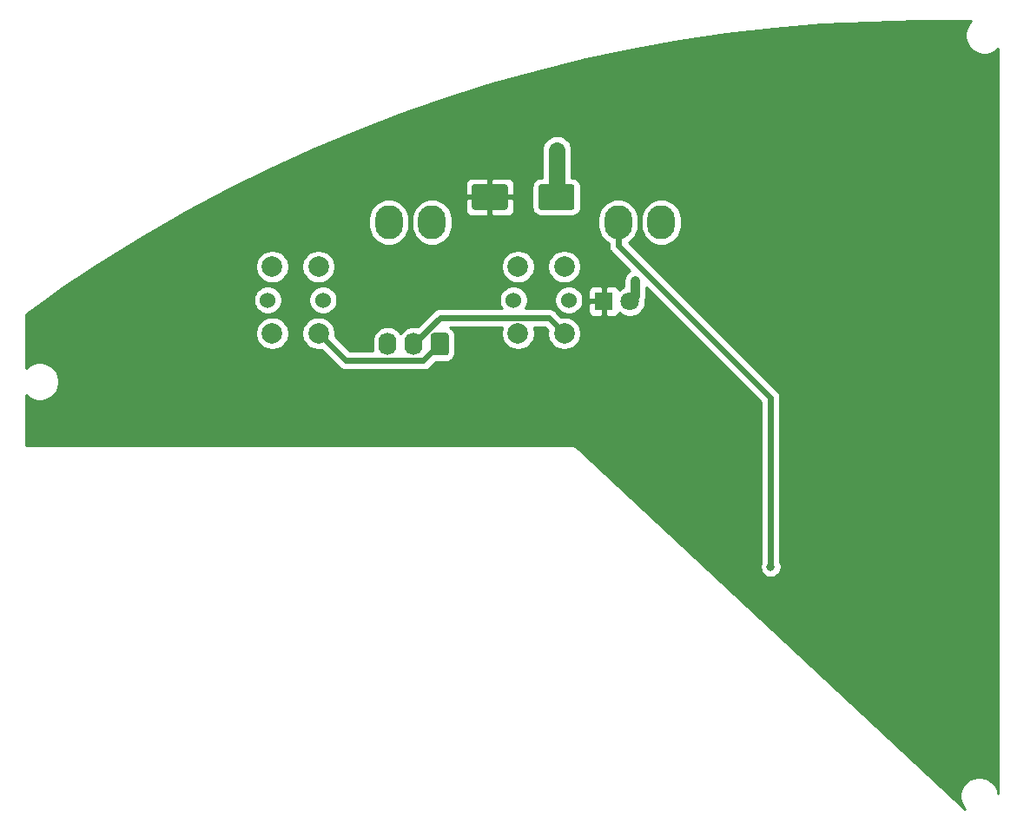
<source format=gbr>
%TF.GenerationSoftware,KiCad,Pcbnew,(5.1.9)-1*%
%TF.CreationDate,2021-09-11T23:24:30-06:00*%
%TF.ProjectId,ewi_v3_left,6577695f-7633-45f6-9c65-66742e6b6963,rev?*%
%TF.SameCoordinates,Original*%
%TF.FileFunction,Copper,L2,Bot*%
%TF.FilePolarity,Positive*%
%FSLAX46Y46*%
G04 Gerber Fmt 4.6, Leading zero omitted, Abs format (unit mm)*
G04 Created by KiCad (PCBNEW (5.1.9)-1) date 2021-09-11 23:24:30*
%MOMM*%
%LPD*%
G01*
G04 APERTURE LIST*
%TA.AperFunction,ComponentPad*%
%ADD10C,1.524000*%
%TD*%
%TA.AperFunction,ComponentPad*%
%ADD11C,2.000000*%
%TD*%
%TA.AperFunction,ComponentPad*%
%ADD12O,1.740000X2.190000*%
%TD*%
%TA.AperFunction,ComponentPad*%
%ADD13O,2.700000X3.300000*%
%TD*%
%TA.AperFunction,ComponentPad*%
%ADD14C,1.800000*%
%TD*%
%TA.AperFunction,ComponentPad*%
%ADD15R,1.800000X1.800000*%
%TD*%
%TA.AperFunction,ViaPad*%
%ADD16C,0.800000*%
%TD*%
%TA.AperFunction,Conductor*%
%ADD17C,1.625600*%
%TD*%
%TA.AperFunction,Conductor*%
%ADD18C,0.914400*%
%TD*%
%TA.AperFunction,Conductor*%
%ADD19C,0.609600*%
%TD*%
%TA.AperFunction,Conductor*%
%ADD20C,0.254000*%
%TD*%
%TA.AperFunction,Conductor*%
%ADD21C,0.100000*%
%TD*%
G04 APERTURE END LIST*
D10*
%TO.P,SW2,4*%
%TO.N,N/C*%
X155203249Y-86738149D03*
%TO.P,SW2,3*%
X149803249Y-86738149D03*
D11*
%TO.P,SW2,2*%
%TO.N,GND*%
X150253249Y-83488149D03*
%TO.P,SW2,1*%
%TO.N,/MC_SW*%
X154753249Y-83488149D03*
%TO.P,SW2,2*%
%TO.N,GND*%
X150253249Y-89988149D03*
%TO.P,SW2,1*%
%TO.N,/MC_SW*%
X154753249Y-89988149D03*
%TD*%
D10*
%TO.P,SW1,4*%
%TO.N,N/C*%
X131243249Y-86738149D03*
%TO.P,SW1,3*%
X125843249Y-86738149D03*
D11*
%TO.P,SW1,2*%
%TO.N,GND*%
X126293249Y-83488149D03*
%TO.P,SW1,1*%
%TO.N,/FIRE_SW*%
X130793249Y-83488149D03*
%TO.P,SW1,2*%
%TO.N,GND*%
X126293249Y-89988149D03*
%TO.P,SW1,1*%
%TO.N,/FIRE_SW*%
X130793249Y-89988149D03*
%TD*%
D12*
%TO.P,J3,3*%
%TO.N,GND*%
X137540999Y-91049097D03*
%TO.P,J3,2*%
%TO.N,/MC_SW*%
X140080999Y-91049097D03*
%TO.P,J3,1*%
%TO.N,/FIRE_SW*%
%TA.AperFunction,ComponentPad*%
G36*
G01*
X143490999Y-90204096D02*
X143490999Y-91894098D01*
G75*
G02*
X143241000Y-92144097I-249999J0D01*
G01*
X142000998Y-92144097D01*
G75*
G02*
X141750999Y-91894098I0J249999D01*
G01*
X141750999Y-90204096D01*
G75*
G02*
X142000998Y-89954097I249999J0D01*
G01*
X143241000Y-89954097D01*
G75*
G02*
X143490999Y-90204096I0J-249999D01*
G01*
G37*
%TD.AperFunction*%
%TD*%
D13*
%TO.P,J2,4*%
%TO.N,/DOUT*%
X160010999Y-79150097D03*
%TO.P,J2,3*%
%TO.N,GND*%
X164210999Y-79150097D03*
%TO.P,J2,2*%
%TO.N,+5V*%
X160010999Y-73650097D03*
%TO.P,J2,1*%
%TA.AperFunction,ComponentPad*%
G36*
G01*
X165560999Y-72250098D02*
X165560999Y-75050096D01*
G75*
G02*
X165310998Y-75300097I-250001J0D01*
G01*
X163111000Y-75300097D01*
G75*
G02*
X162860999Y-75050096I0J250001D01*
G01*
X162860999Y-72250098D01*
G75*
G02*
X163111000Y-72000097I250001J0D01*
G01*
X165310998Y-72000097D01*
G75*
G02*
X165560999Y-72250098I0J-250001D01*
G01*
G37*
%TD.AperFunction*%
%TD*%
%TO.P,J1,4*%
%TO.N,/DIN*%
X137658999Y-79150097D03*
%TO.P,J1,3*%
%TO.N,GND*%
X141858999Y-79150097D03*
%TO.P,J1,2*%
%TO.N,+5V*%
X137658999Y-73650097D03*
%TO.P,J1,1*%
%TA.AperFunction,ComponentPad*%
G36*
G01*
X143208999Y-72250098D02*
X143208999Y-75050096D01*
G75*
G02*
X142958998Y-75300097I-250001J0D01*
G01*
X140759000Y-75300097D01*
G75*
G02*
X140508999Y-75050096I0J250001D01*
G01*
X140508999Y-72250098D01*
G75*
G02*
X140759000Y-72000097I250001J0D01*
G01*
X142958998Y-72000097D01*
G75*
G02*
X143208999Y-72250098I0J-250001D01*
G01*
G37*
%TD.AperFunction*%
%TD*%
D14*
%TO.P,D1,2*%
%TO.N,Net-(D1-Pad2)*%
X161162999Y-86858097D03*
D15*
%TO.P,D1,1*%
%TO.N,+5V*%
X158622999Y-86858097D03*
%TD*%
%TO.P,C1,2*%
%TO.N,GND*%
%TA.AperFunction,SMDPad,CuDef*%
G36*
G01*
X152248999Y-77698097D02*
X152248999Y-75698097D01*
G75*
G02*
X152498999Y-75448097I250000J0D01*
G01*
X155498999Y-75448097D01*
G75*
G02*
X155748999Y-75698097I0J-250000D01*
G01*
X155748999Y-77698097D01*
G75*
G02*
X155498999Y-77948097I-250000J0D01*
G01*
X152498999Y-77948097D01*
G75*
G02*
X152248999Y-77698097I0J250000D01*
G01*
G37*
%TD.AperFunction*%
%TO.P,C1,1*%
%TO.N,+5V*%
%TA.AperFunction,SMDPad,CuDef*%
G36*
G01*
X145748999Y-77698097D02*
X145748999Y-75698097D01*
G75*
G02*
X145998999Y-75448097I250000J0D01*
G01*
X148998999Y-75448097D01*
G75*
G02*
X149248999Y-75698097I0J-250000D01*
G01*
X149248999Y-77698097D01*
G75*
G02*
X148998999Y-77948097I-250000J0D01*
G01*
X145998999Y-77948097D01*
G75*
G02*
X145748999Y-77698097I0J250000D01*
G01*
G37*
%TD.AperFunction*%
%TD*%
D16*
%TO.N,GND*%
X154050999Y-72126097D03*
X153998999Y-74210097D03*
X153998999Y-73194097D03*
%TO.N,+5V*%
X135635999Y-83810097D03*
X131571999Y-93335097D03*
X122173999Y-88001097D03*
X122300999Y-80381097D03*
X145795999Y-82159097D03*
X144716499Y-86794597D03*
X159511999Y-91493597D03*
X167258999Y-93208097D03*
X176148999Y-93208097D03*
X185038999Y-93208097D03*
X192658999Y-93208097D03*
X195198999Y-97018097D03*
X187578999Y-98288097D03*
X179958999Y-98288097D03*
X171068999Y-98288097D03*
X169163999Y-111623097D03*
X172973999Y-110353097D03*
X184403999Y-110988097D03*
X192658999Y-111623097D03*
X195198999Y-116068097D03*
X188213999Y-116068097D03*
X194690999Y-78984097D03*
X188340999Y-80000097D03*
X179450999Y-80254097D03*
X171068999Y-80254097D03*
X169544999Y-76952097D03*
X175640999Y-75682097D03*
X184276999Y-75428097D03*
X192912999Y-75428097D03*
%TO.N,Net-(D1-Pad2)*%
X161670999Y-84826097D03*
%TO.N,/DOUT*%
X174878999Y-112766085D03*
%TD*%
D17*
%TO.N,GND*%
X153998999Y-74210097D02*
X153998999Y-73194097D01*
X153998999Y-73194097D02*
X153998999Y-72178097D01*
X153998999Y-76698097D02*
X153998999Y-74210097D01*
X153998999Y-72178097D02*
X154050999Y-72126097D01*
D18*
%TO.N,Net-(D1-Pad2)*%
X161670999Y-86350097D02*
X161162999Y-86858097D01*
X161670999Y-84826097D02*
X161670999Y-86350097D01*
D19*
%TO.N,/DOUT*%
X160010999Y-79150097D02*
X160010999Y-81409697D01*
X160010999Y-81409697D02*
X174878999Y-96277697D01*
X174878999Y-96277697D02*
X174878999Y-112766085D01*
%TO.N,/MC_SW*%
X153248448Y-88483348D02*
X154753249Y-89988149D01*
X142646748Y-88483348D02*
X153248448Y-88483348D01*
X140080999Y-91049097D02*
X142646748Y-88483348D01*
%TO.N,/FIRE_SW*%
X141021189Y-92648907D02*
X133454007Y-92648907D01*
X133454007Y-92648907D02*
X130793249Y-89988149D01*
X142620999Y-91049097D02*
X141021189Y-92648907D01*
%TD*%
D20*
%TO.N,+5V*%
X194242824Y-59726633D02*
X194036533Y-60035369D01*
X193894438Y-60378417D01*
X193821999Y-60742595D01*
X193821999Y-61113907D01*
X193894438Y-61478085D01*
X194036533Y-61821133D01*
X194242824Y-62129869D01*
X194505381Y-62392426D01*
X194814117Y-62598717D01*
X195157165Y-62740812D01*
X195521343Y-62813251D01*
X195892655Y-62813251D01*
X196256833Y-62740812D01*
X196599881Y-62598717D01*
X196908617Y-62392426D01*
X197079000Y-62222043D01*
X197078999Y-134907304D01*
X197011560Y-134568263D01*
X196869465Y-134225215D01*
X196663174Y-133916479D01*
X196400617Y-133653922D01*
X196091881Y-133447631D01*
X195748833Y-133305536D01*
X195384655Y-133233097D01*
X195013343Y-133233097D01*
X194649165Y-133305536D01*
X194306117Y-133447631D01*
X193997381Y-133653922D01*
X193734824Y-133916479D01*
X193528533Y-134225215D01*
X193386438Y-134568263D01*
X193313999Y-134932441D01*
X193313999Y-135303753D01*
X193386438Y-135667931D01*
X193528533Y-136010979D01*
X193734824Y-136319715D01*
X193786856Y-136371747D01*
X156038633Y-101147390D01*
X156025225Y-101131052D01*
X155991202Y-101103130D01*
X155982854Y-101095340D01*
X155966172Y-101082588D01*
X155924727Y-101048575D01*
X155914581Y-101043152D01*
X155905446Y-101036169D01*
X155857346Y-101012559D01*
X155810070Y-100987290D01*
X155799060Y-100983950D01*
X155788739Y-100978884D01*
X155736965Y-100965113D01*
X155685660Y-100949550D01*
X155674210Y-100948422D01*
X155663099Y-100945467D01*
X155609629Y-100942062D01*
X155588696Y-100940000D01*
X155577257Y-100940000D01*
X155533354Y-100937204D01*
X155512416Y-100940000D01*
X102260000Y-100940000D01*
X102260000Y-95993404D01*
X102430382Y-96163786D01*
X102739118Y-96370077D01*
X103082166Y-96512172D01*
X103446344Y-96584611D01*
X103817656Y-96584611D01*
X104181834Y-96512172D01*
X104524882Y-96370077D01*
X104833618Y-96163786D01*
X105096175Y-95901229D01*
X105302466Y-95592493D01*
X105444561Y-95249445D01*
X105517000Y-94885267D01*
X105517000Y-94513955D01*
X105444561Y-94149777D01*
X105302466Y-93806729D01*
X105096175Y-93497993D01*
X104833618Y-93235436D01*
X104524882Y-93029145D01*
X104181834Y-92887050D01*
X103817656Y-92814611D01*
X103446344Y-92814611D01*
X103082166Y-92887050D01*
X102739118Y-93029145D01*
X102430382Y-93235436D01*
X102260000Y-93405818D01*
X102260000Y-89827116D01*
X124658249Y-89827116D01*
X124658249Y-90149182D01*
X124721081Y-90465061D01*
X124844331Y-90762612D01*
X125023262Y-91030401D01*
X125250997Y-91258136D01*
X125518786Y-91437067D01*
X125816337Y-91560317D01*
X126132216Y-91623149D01*
X126454282Y-91623149D01*
X126770161Y-91560317D01*
X127067712Y-91437067D01*
X127335501Y-91258136D01*
X127563236Y-91030401D01*
X127742167Y-90762612D01*
X127865417Y-90465061D01*
X127928249Y-90149182D01*
X127928249Y-89827116D01*
X129158249Y-89827116D01*
X129158249Y-90149182D01*
X129221081Y-90465061D01*
X129344331Y-90762612D01*
X129523262Y-91030401D01*
X129750997Y-91258136D01*
X130018786Y-91437067D01*
X130316337Y-91560317D01*
X130632216Y-91623149D01*
X130954282Y-91623149D01*
X131075134Y-91599110D01*
X132756820Y-93280797D01*
X132786253Y-93316661D01*
X132869201Y-93384735D01*
X132929355Y-93434103D01*
X133016622Y-93480748D01*
X133092621Y-93521370D01*
X133269774Y-93575109D01*
X133407840Y-93588707D01*
X133407849Y-93588707D01*
X133454006Y-93593253D01*
X133500163Y-93588707D01*
X140975032Y-93588707D01*
X141021189Y-93593253D01*
X141067346Y-93588707D01*
X141067356Y-93588707D01*
X141205422Y-93575109D01*
X141382575Y-93521370D01*
X141545840Y-93434103D01*
X141688943Y-93316661D01*
X141718380Y-93280792D01*
X142217003Y-92782169D01*
X143241000Y-92782169D01*
X143414254Y-92765105D01*
X143580850Y-92714569D01*
X143734386Y-92632502D01*
X143868961Y-92522059D01*
X143979404Y-92387484D01*
X144061471Y-92233948D01*
X144112007Y-92067352D01*
X144129071Y-91894098D01*
X144129071Y-90204096D01*
X144112007Y-90030842D01*
X144061471Y-89864246D01*
X143979404Y-89710710D01*
X143868961Y-89576135D01*
X143734386Y-89465692D01*
X143654792Y-89423148D01*
X148717569Y-89423148D01*
X148681081Y-89511237D01*
X148618249Y-89827116D01*
X148618249Y-90149182D01*
X148681081Y-90465061D01*
X148804331Y-90762612D01*
X148983262Y-91030401D01*
X149210997Y-91258136D01*
X149478786Y-91437067D01*
X149776337Y-91560317D01*
X150092216Y-91623149D01*
X150414282Y-91623149D01*
X150730161Y-91560317D01*
X151027712Y-91437067D01*
X151295501Y-91258136D01*
X151523236Y-91030401D01*
X151702167Y-90762612D01*
X151825417Y-90465061D01*
X151888249Y-90149182D01*
X151888249Y-89827116D01*
X151825417Y-89511237D01*
X151788929Y-89423148D01*
X152859172Y-89423148D01*
X153142288Y-89706264D01*
X153118249Y-89827116D01*
X153118249Y-90149182D01*
X153181081Y-90465061D01*
X153304331Y-90762612D01*
X153483262Y-91030401D01*
X153710997Y-91258136D01*
X153978786Y-91437067D01*
X154276337Y-91560317D01*
X154592216Y-91623149D01*
X154914282Y-91623149D01*
X155230161Y-91560317D01*
X155527712Y-91437067D01*
X155795501Y-91258136D01*
X156023236Y-91030401D01*
X156202167Y-90762612D01*
X156325417Y-90465061D01*
X156388249Y-90149182D01*
X156388249Y-89827116D01*
X156325417Y-89511237D01*
X156202167Y-89213686D01*
X156023236Y-88945897D01*
X155795501Y-88718162D01*
X155527712Y-88539231D01*
X155230161Y-88415981D01*
X154914282Y-88353149D01*
X154592216Y-88353149D01*
X154471364Y-88377188D01*
X153945639Y-87851463D01*
X153916202Y-87815594D01*
X153773099Y-87698152D01*
X153609834Y-87610885D01*
X153432681Y-87557146D01*
X153294615Y-87543548D01*
X153294605Y-87543548D01*
X153248448Y-87539002D01*
X153202291Y-87543548D01*
X150945255Y-87543548D01*
X151041254Y-87399876D01*
X151146563Y-87145639D01*
X151200249Y-86875741D01*
X151200249Y-86600557D01*
X153806249Y-86600557D01*
X153806249Y-86875741D01*
X153859935Y-87145639D01*
X153965244Y-87399876D01*
X154118129Y-87628684D01*
X154312714Y-87823269D01*
X154541522Y-87976154D01*
X154795759Y-88081463D01*
X155065657Y-88135149D01*
X155340841Y-88135149D01*
X155610739Y-88081463D01*
X155864976Y-87976154D01*
X156093784Y-87823269D01*
X156158956Y-87758097D01*
X157084927Y-87758097D01*
X157097187Y-87882579D01*
X157133497Y-88002277D01*
X157192462Y-88112591D01*
X157271814Y-88209282D01*
X157368505Y-88288634D01*
X157478819Y-88347599D01*
X157598517Y-88383909D01*
X157722999Y-88396169D01*
X158337249Y-88393097D01*
X158495999Y-88234347D01*
X158495999Y-86985097D01*
X157246749Y-86985097D01*
X157087999Y-87143847D01*
X157084927Y-87758097D01*
X156158956Y-87758097D01*
X156288369Y-87628684D01*
X156441254Y-87399876D01*
X156546563Y-87145639D01*
X156600249Y-86875741D01*
X156600249Y-86600557D01*
X156546563Y-86330659D01*
X156441254Y-86076422D01*
X156362192Y-85958097D01*
X157084927Y-85958097D01*
X157087999Y-86572347D01*
X157246749Y-86731097D01*
X158495999Y-86731097D01*
X158495999Y-85481847D01*
X158337249Y-85323097D01*
X157722999Y-85320025D01*
X157598517Y-85332285D01*
X157478819Y-85368595D01*
X157368505Y-85427560D01*
X157271814Y-85506912D01*
X157192462Y-85603603D01*
X157133497Y-85713917D01*
X157097187Y-85833615D01*
X157084927Y-85958097D01*
X156362192Y-85958097D01*
X156288369Y-85847614D01*
X156093784Y-85653029D01*
X155864976Y-85500144D01*
X155610739Y-85394835D01*
X155340841Y-85341149D01*
X155065657Y-85341149D01*
X154795759Y-85394835D01*
X154541522Y-85500144D01*
X154312714Y-85653029D01*
X154118129Y-85847614D01*
X153965244Y-86076422D01*
X153859935Y-86330659D01*
X153806249Y-86600557D01*
X151200249Y-86600557D01*
X151146563Y-86330659D01*
X151041254Y-86076422D01*
X150888369Y-85847614D01*
X150693784Y-85653029D01*
X150464976Y-85500144D01*
X150210739Y-85394835D01*
X149940841Y-85341149D01*
X149665657Y-85341149D01*
X149395759Y-85394835D01*
X149141522Y-85500144D01*
X148912714Y-85653029D01*
X148718129Y-85847614D01*
X148565244Y-86076422D01*
X148459935Y-86330659D01*
X148406249Y-86600557D01*
X148406249Y-86875741D01*
X148459935Y-87145639D01*
X148565244Y-87399876D01*
X148661243Y-87543548D01*
X142692904Y-87543548D01*
X142646747Y-87539002D01*
X142600590Y-87543548D01*
X142600581Y-87543548D01*
X142462515Y-87557146D01*
X142285362Y-87610885D01*
X142215751Y-87648093D01*
X142122096Y-87698152D01*
X142061942Y-87747520D01*
X141978994Y-87815594D01*
X141949561Y-87851458D01*
X140440569Y-89360451D01*
X140376031Y-89340873D01*
X140080999Y-89311815D01*
X139785968Y-89340873D01*
X139502275Y-89426931D01*
X139240821Y-89566680D01*
X139011654Y-89754752D01*
X138823582Y-89983918D01*
X138810999Y-90007459D01*
X138798416Y-89983918D01*
X138610344Y-89754752D01*
X138381178Y-89566680D01*
X138119724Y-89426931D01*
X137836031Y-89340873D01*
X137540999Y-89311815D01*
X137245968Y-89340873D01*
X136962275Y-89426931D01*
X136700821Y-89566680D01*
X136471654Y-89754752D01*
X136283582Y-89983918D01*
X136143833Y-90245372D01*
X136057775Y-90529065D01*
X136035999Y-90750161D01*
X136035999Y-91348032D01*
X136057775Y-91569128D01*
X136100237Y-91709107D01*
X133843284Y-91709107D01*
X132404210Y-90270034D01*
X132428249Y-90149182D01*
X132428249Y-89827116D01*
X132365417Y-89511237D01*
X132242167Y-89213686D01*
X132063236Y-88945897D01*
X131835501Y-88718162D01*
X131567712Y-88539231D01*
X131270161Y-88415981D01*
X130954282Y-88353149D01*
X130632216Y-88353149D01*
X130316337Y-88415981D01*
X130018786Y-88539231D01*
X129750997Y-88718162D01*
X129523262Y-88945897D01*
X129344331Y-89213686D01*
X129221081Y-89511237D01*
X129158249Y-89827116D01*
X127928249Y-89827116D01*
X127865417Y-89511237D01*
X127742167Y-89213686D01*
X127563236Y-88945897D01*
X127335501Y-88718162D01*
X127067712Y-88539231D01*
X126770161Y-88415981D01*
X126454282Y-88353149D01*
X126132216Y-88353149D01*
X125816337Y-88415981D01*
X125518786Y-88539231D01*
X125250997Y-88718162D01*
X125023262Y-88945897D01*
X124844331Y-89213686D01*
X124721081Y-89511237D01*
X124658249Y-89827116D01*
X102260000Y-89827116D01*
X102260000Y-88140145D01*
X104429395Y-86600557D01*
X124446249Y-86600557D01*
X124446249Y-86875741D01*
X124499935Y-87145639D01*
X124605244Y-87399876D01*
X124758129Y-87628684D01*
X124952714Y-87823269D01*
X125181522Y-87976154D01*
X125435759Y-88081463D01*
X125705657Y-88135149D01*
X125980841Y-88135149D01*
X126250739Y-88081463D01*
X126504976Y-87976154D01*
X126733784Y-87823269D01*
X126928369Y-87628684D01*
X127081254Y-87399876D01*
X127186563Y-87145639D01*
X127240249Y-86875741D01*
X127240249Y-86600557D01*
X129846249Y-86600557D01*
X129846249Y-86875741D01*
X129899935Y-87145639D01*
X130005244Y-87399876D01*
X130158129Y-87628684D01*
X130352714Y-87823269D01*
X130581522Y-87976154D01*
X130835759Y-88081463D01*
X131105657Y-88135149D01*
X131380841Y-88135149D01*
X131650739Y-88081463D01*
X131904976Y-87976154D01*
X132133784Y-87823269D01*
X132328369Y-87628684D01*
X132481254Y-87399876D01*
X132586563Y-87145639D01*
X132640249Y-86875741D01*
X132640249Y-86600557D01*
X132586563Y-86330659D01*
X132481254Y-86076422D01*
X132328369Y-85847614D01*
X132133784Y-85653029D01*
X131904976Y-85500144D01*
X131650739Y-85394835D01*
X131380841Y-85341149D01*
X131105657Y-85341149D01*
X130835759Y-85394835D01*
X130581522Y-85500144D01*
X130352714Y-85653029D01*
X130158129Y-85847614D01*
X130005244Y-86076422D01*
X129899935Y-86330659D01*
X129846249Y-86600557D01*
X127240249Y-86600557D01*
X127186563Y-86330659D01*
X127081254Y-86076422D01*
X126928369Y-85847614D01*
X126733784Y-85653029D01*
X126504976Y-85500144D01*
X126250739Y-85394835D01*
X125980841Y-85341149D01*
X125705657Y-85341149D01*
X125435759Y-85394835D01*
X125181522Y-85500144D01*
X124952714Y-85653029D01*
X124758129Y-85847614D01*
X124605244Y-86076422D01*
X124499935Y-86330659D01*
X124446249Y-86600557D01*
X104429395Y-86600557D01*
X105796496Y-85630346D01*
X109268027Y-83327116D01*
X124658249Y-83327116D01*
X124658249Y-83649182D01*
X124721081Y-83965061D01*
X124844331Y-84262612D01*
X125023262Y-84530401D01*
X125250997Y-84758136D01*
X125518786Y-84937067D01*
X125816337Y-85060317D01*
X126132216Y-85123149D01*
X126454282Y-85123149D01*
X126770161Y-85060317D01*
X127067712Y-84937067D01*
X127335501Y-84758136D01*
X127563236Y-84530401D01*
X127742167Y-84262612D01*
X127865417Y-83965061D01*
X127928249Y-83649182D01*
X127928249Y-83327116D01*
X129158249Y-83327116D01*
X129158249Y-83649182D01*
X129221081Y-83965061D01*
X129344331Y-84262612D01*
X129523262Y-84530401D01*
X129750997Y-84758136D01*
X130018786Y-84937067D01*
X130316337Y-85060317D01*
X130632216Y-85123149D01*
X130954282Y-85123149D01*
X131270161Y-85060317D01*
X131567712Y-84937067D01*
X131835501Y-84758136D01*
X132063236Y-84530401D01*
X132242167Y-84262612D01*
X132365417Y-83965061D01*
X132428249Y-83649182D01*
X132428249Y-83327116D01*
X148618249Y-83327116D01*
X148618249Y-83649182D01*
X148681081Y-83965061D01*
X148804331Y-84262612D01*
X148983262Y-84530401D01*
X149210997Y-84758136D01*
X149478786Y-84937067D01*
X149776337Y-85060317D01*
X150092216Y-85123149D01*
X150414282Y-85123149D01*
X150730161Y-85060317D01*
X151027712Y-84937067D01*
X151295501Y-84758136D01*
X151523236Y-84530401D01*
X151702167Y-84262612D01*
X151825417Y-83965061D01*
X151888249Y-83649182D01*
X151888249Y-83327116D01*
X153118249Y-83327116D01*
X153118249Y-83649182D01*
X153181081Y-83965061D01*
X153304331Y-84262612D01*
X153483262Y-84530401D01*
X153710997Y-84758136D01*
X153978786Y-84937067D01*
X154276337Y-85060317D01*
X154592216Y-85123149D01*
X154914282Y-85123149D01*
X155230161Y-85060317D01*
X155527712Y-84937067D01*
X155795501Y-84758136D01*
X156023236Y-84530401D01*
X156202167Y-84262612D01*
X156325417Y-83965061D01*
X156388249Y-83649182D01*
X156388249Y-83327116D01*
X156325417Y-83011237D01*
X156202167Y-82713686D01*
X156023236Y-82445897D01*
X155795501Y-82218162D01*
X155527712Y-82039231D01*
X155230161Y-81915981D01*
X154914282Y-81853149D01*
X154592216Y-81853149D01*
X154276337Y-81915981D01*
X153978786Y-82039231D01*
X153710997Y-82218162D01*
X153483262Y-82445897D01*
X153304331Y-82713686D01*
X153181081Y-83011237D01*
X153118249Y-83327116D01*
X151888249Y-83327116D01*
X151825417Y-83011237D01*
X151702167Y-82713686D01*
X151523236Y-82445897D01*
X151295501Y-82218162D01*
X151027712Y-82039231D01*
X150730161Y-81915981D01*
X150414282Y-81853149D01*
X150092216Y-81853149D01*
X149776337Y-81915981D01*
X149478786Y-82039231D01*
X149210997Y-82218162D01*
X148983262Y-82445897D01*
X148804331Y-82713686D01*
X148681081Y-83011237D01*
X148618249Y-83327116D01*
X132428249Y-83327116D01*
X132365417Y-83011237D01*
X132242167Y-82713686D01*
X132063236Y-82445897D01*
X131835501Y-82218162D01*
X131567712Y-82039231D01*
X131270161Y-81915981D01*
X130954282Y-81853149D01*
X130632216Y-81853149D01*
X130316337Y-81915981D01*
X130018786Y-82039231D01*
X129750997Y-82218162D01*
X129523262Y-82445897D01*
X129344331Y-82713686D01*
X129221081Y-83011237D01*
X129158249Y-83327116D01*
X127928249Y-83327116D01*
X127865417Y-83011237D01*
X127742167Y-82713686D01*
X127563236Y-82445897D01*
X127335501Y-82218162D01*
X127067712Y-82039231D01*
X126770161Y-81915981D01*
X126454282Y-81853149D01*
X126132216Y-81853149D01*
X125816337Y-81915981D01*
X125518786Y-82039231D01*
X125250997Y-82218162D01*
X125023262Y-82445897D01*
X124844331Y-82713686D01*
X124721081Y-83011237D01*
X124658249Y-83327116D01*
X109268027Y-83327116D01*
X109685492Y-83050144D01*
X113653641Y-80593355D01*
X116846735Y-78752587D01*
X135673999Y-78752587D01*
X135673999Y-79547606D01*
X135702721Y-79839224D01*
X135816225Y-80213398D01*
X136000546Y-80558240D01*
X136248601Y-80860495D01*
X136550856Y-81108550D01*
X136895697Y-81292871D01*
X137269871Y-81406375D01*
X137658999Y-81444701D01*
X138048126Y-81406375D01*
X138422300Y-81292871D01*
X138767142Y-81108550D01*
X139069397Y-80860495D01*
X139317452Y-80558240D01*
X139501773Y-80213399D01*
X139615277Y-79839225D01*
X139643999Y-79547607D01*
X139643999Y-78752588D01*
X139643999Y-78752587D01*
X139873999Y-78752587D01*
X139873999Y-79547606D01*
X139902721Y-79839224D01*
X140016225Y-80213398D01*
X140200546Y-80558240D01*
X140448601Y-80860495D01*
X140750856Y-81108550D01*
X141095697Y-81292871D01*
X141469871Y-81406375D01*
X141858999Y-81444701D01*
X142248126Y-81406375D01*
X142622300Y-81292871D01*
X142967142Y-81108550D01*
X143269397Y-80860495D01*
X143517452Y-80558240D01*
X143701773Y-80213399D01*
X143815277Y-79839225D01*
X143843999Y-79547607D01*
X143843999Y-78752588D01*
X143843999Y-78752587D01*
X158025999Y-78752587D01*
X158025999Y-79547606D01*
X158054721Y-79839224D01*
X158168225Y-80213398D01*
X158352546Y-80558240D01*
X158600601Y-80860495D01*
X158902856Y-81108550D01*
X159071200Y-81198532D01*
X159071200Y-81363530D01*
X159066653Y-81409697D01*
X159084798Y-81593930D01*
X159138537Y-81771083D01*
X159225803Y-81934348D01*
X159264303Y-81981259D01*
X159343246Y-82077451D01*
X159379110Y-82106884D01*
X161142421Y-83870196D01*
X161061270Y-83913572D01*
X160894961Y-84050059D01*
X160758474Y-84216368D01*
X160657056Y-84406109D01*
X160594603Y-84611989D01*
X160578799Y-84772449D01*
X160578799Y-85438609D01*
X160435904Y-85497798D01*
X160184494Y-85665785D01*
X160118055Y-85732224D01*
X160112501Y-85713917D01*
X160053536Y-85603603D01*
X159974184Y-85506912D01*
X159877493Y-85427560D01*
X159767179Y-85368595D01*
X159647481Y-85332285D01*
X159522999Y-85320025D01*
X158908749Y-85323097D01*
X158749999Y-85481847D01*
X158749999Y-86731097D01*
X158769999Y-86731097D01*
X158769999Y-86985097D01*
X158749999Y-86985097D01*
X158749999Y-88234347D01*
X158908749Y-88393097D01*
X159522999Y-88396169D01*
X159647481Y-88383909D01*
X159767179Y-88347599D01*
X159877493Y-88288634D01*
X159974184Y-88209282D01*
X160053536Y-88112591D01*
X160112501Y-88002277D01*
X160118055Y-87983970D01*
X160184494Y-88050409D01*
X160435904Y-88218396D01*
X160715256Y-88334108D01*
X161011815Y-88393097D01*
X161314183Y-88393097D01*
X161610742Y-88334108D01*
X161890094Y-88218396D01*
X162141504Y-88050409D01*
X162355311Y-87836602D01*
X162523298Y-87585192D01*
X162639010Y-87305840D01*
X162697999Y-87009281D01*
X162697999Y-86727043D01*
X162747395Y-86564206D01*
X162763199Y-86403746D01*
X162763199Y-86403737D01*
X162768482Y-86350098D01*
X162763199Y-86296459D01*
X162763199Y-85490973D01*
X173939199Y-96666975D01*
X173939200Y-112330375D01*
X173883773Y-112464187D01*
X173843999Y-112664146D01*
X173843999Y-112868024D01*
X173883773Y-113067983D01*
X173961794Y-113256341D01*
X174075062Y-113425859D01*
X174219225Y-113570022D01*
X174388743Y-113683290D01*
X174577101Y-113761311D01*
X174777060Y-113801085D01*
X174980938Y-113801085D01*
X175180897Y-113761311D01*
X175369255Y-113683290D01*
X175538773Y-113570022D01*
X175682936Y-113425859D01*
X175796204Y-113256341D01*
X175874225Y-113067983D01*
X175913999Y-112868024D01*
X175913999Y-112664146D01*
X175874225Y-112464187D01*
X175818799Y-112330378D01*
X175818799Y-96323853D01*
X175823345Y-96277696D01*
X175818799Y-96231539D01*
X175818799Y-96231530D01*
X175805201Y-96093464D01*
X175751462Y-95916311D01*
X175664195Y-95753046D01*
X175546753Y-95609943D01*
X175510895Y-95580515D01*
X161066869Y-81136491D01*
X161119142Y-81108550D01*
X161421397Y-80860495D01*
X161669452Y-80558240D01*
X161853773Y-80213399D01*
X161967277Y-79839225D01*
X161995999Y-79547607D01*
X161995999Y-78752588D01*
X161995999Y-78752587D01*
X162225999Y-78752587D01*
X162225999Y-79547606D01*
X162254721Y-79839224D01*
X162368225Y-80213398D01*
X162552546Y-80558240D01*
X162800601Y-80860495D01*
X163102856Y-81108550D01*
X163447697Y-81292871D01*
X163821871Y-81406375D01*
X164210999Y-81444701D01*
X164600126Y-81406375D01*
X164974300Y-81292871D01*
X165319142Y-81108550D01*
X165621397Y-80860495D01*
X165869452Y-80558240D01*
X166053773Y-80213399D01*
X166167277Y-79839225D01*
X166195999Y-79547607D01*
X166195999Y-78752588D01*
X166167277Y-78460970D01*
X166053773Y-78086795D01*
X165869452Y-77741954D01*
X165621397Y-77439699D01*
X165319142Y-77191644D01*
X164974301Y-77007323D01*
X164600127Y-76893819D01*
X164210999Y-76855493D01*
X163821872Y-76893819D01*
X163447698Y-77007323D01*
X163102857Y-77191644D01*
X162800602Y-77439699D01*
X162552546Y-77741954D01*
X162368225Y-78086795D01*
X162254721Y-78460969D01*
X162225999Y-78752587D01*
X161995999Y-78752587D01*
X161967277Y-78460970D01*
X161853773Y-78086795D01*
X161669452Y-77741954D01*
X161421397Y-77439699D01*
X161119142Y-77191644D01*
X160774301Y-77007323D01*
X160400127Y-76893819D01*
X160010999Y-76855493D01*
X159621872Y-76893819D01*
X159247698Y-77007323D01*
X158902857Y-77191644D01*
X158600602Y-77439699D01*
X158352546Y-77741954D01*
X158168225Y-78086795D01*
X158054721Y-78460969D01*
X158025999Y-78752587D01*
X143843999Y-78752587D01*
X143815277Y-78460970D01*
X143701773Y-78086795D01*
X143627638Y-77948097D01*
X145110927Y-77948097D01*
X145123187Y-78072579D01*
X145159497Y-78192277D01*
X145218462Y-78302591D01*
X145297814Y-78399282D01*
X145394505Y-78478634D01*
X145504819Y-78537599D01*
X145624517Y-78573909D01*
X145748999Y-78586169D01*
X147213249Y-78583097D01*
X147371999Y-78424347D01*
X147371999Y-76825097D01*
X147625999Y-76825097D01*
X147625999Y-78424347D01*
X147784749Y-78583097D01*
X149248999Y-78586169D01*
X149373481Y-78573909D01*
X149493179Y-78537599D01*
X149603493Y-78478634D01*
X149700184Y-78399282D01*
X149779536Y-78302591D01*
X149838501Y-78192277D01*
X149874811Y-78072579D01*
X149887071Y-77948097D01*
X149883999Y-76983847D01*
X149725249Y-76825097D01*
X147625999Y-76825097D01*
X147371999Y-76825097D01*
X145272749Y-76825097D01*
X145113999Y-76983847D01*
X145110927Y-77948097D01*
X143627638Y-77948097D01*
X143517452Y-77741954D01*
X143269397Y-77439699D01*
X142967142Y-77191644D01*
X142622301Y-77007323D01*
X142248127Y-76893819D01*
X141858999Y-76855493D01*
X141469872Y-76893819D01*
X141095698Y-77007323D01*
X140750857Y-77191644D01*
X140448602Y-77439699D01*
X140200546Y-77741954D01*
X140016225Y-78086795D01*
X139902721Y-78460969D01*
X139873999Y-78752587D01*
X139643999Y-78752587D01*
X139615277Y-78460970D01*
X139501773Y-78086795D01*
X139317452Y-77741954D01*
X139069397Y-77439699D01*
X138767142Y-77191644D01*
X138422301Y-77007323D01*
X138048127Y-76893819D01*
X137658999Y-76855493D01*
X137269872Y-76893819D01*
X136895698Y-77007323D01*
X136550857Y-77191644D01*
X136248602Y-77439699D01*
X136000546Y-77741954D01*
X135816225Y-78086795D01*
X135702721Y-78460969D01*
X135673999Y-78752587D01*
X116846735Y-78752587D01*
X117696984Y-78262432D01*
X121811586Y-76059644D01*
X123045551Y-75448097D01*
X145110927Y-75448097D01*
X145113999Y-76412347D01*
X145272749Y-76571097D01*
X147371999Y-76571097D01*
X147371999Y-74971847D01*
X147625999Y-74971847D01*
X147625999Y-76571097D01*
X149725249Y-76571097D01*
X149883999Y-76412347D01*
X149886274Y-75698097D01*
X151610927Y-75698097D01*
X151610927Y-77698097D01*
X151627991Y-77871351D01*
X151678527Y-78037947D01*
X151760594Y-78191483D01*
X151871037Y-78326059D01*
X152005613Y-78436502D01*
X152159149Y-78518569D01*
X152325745Y-78569105D01*
X152498999Y-78586169D01*
X155498999Y-78586169D01*
X155672253Y-78569105D01*
X155838849Y-78518569D01*
X155992385Y-78436502D01*
X156126961Y-78326059D01*
X156237404Y-78191483D01*
X156319471Y-78037947D01*
X156370007Y-77871351D01*
X156387071Y-77698097D01*
X156387071Y-75698097D01*
X156370007Y-75524843D01*
X156319471Y-75358247D01*
X156237404Y-75204711D01*
X156126961Y-75070135D01*
X155992385Y-74959692D01*
X155838849Y-74877625D01*
X155672253Y-74827089D01*
X155498999Y-74810025D01*
X155446799Y-74810025D01*
X155446799Y-72512274D01*
X155477849Y-72409915D01*
X155505803Y-72126098D01*
X155477849Y-71842279D01*
X155395063Y-71569368D01*
X155260624Y-71317851D01*
X155079701Y-71097395D01*
X154859245Y-70916472D01*
X154607728Y-70782033D01*
X154334817Y-70699247D01*
X154050998Y-70671293D01*
X153767181Y-70699247D01*
X153494270Y-70782033D01*
X153242753Y-70916472D01*
X153077541Y-71052058D01*
X153025538Y-71104060D01*
X152970298Y-71149395D01*
X152924965Y-71204633D01*
X152924959Y-71204639D01*
X152858567Y-71285538D01*
X152789373Y-71369851D01*
X152654934Y-71621367D01*
X152572148Y-71894279D01*
X152551199Y-72106975D01*
X152551199Y-72106985D01*
X152544195Y-72178097D01*
X152551199Y-72249209D01*
X152551199Y-74281218D01*
X152551200Y-74281228D01*
X152551200Y-74810025D01*
X152498999Y-74810025D01*
X152325745Y-74827089D01*
X152159149Y-74877625D01*
X152005613Y-74959692D01*
X151871037Y-75070135D01*
X151760594Y-75204711D01*
X151678527Y-75358247D01*
X151627991Y-75524843D01*
X151610927Y-75698097D01*
X149886274Y-75698097D01*
X149887071Y-75448097D01*
X149874811Y-75323615D01*
X149838501Y-75203917D01*
X149779536Y-75093603D01*
X149700184Y-74996912D01*
X149603493Y-74917560D01*
X149493179Y-74858595D01*
X149373481Y-74822285D01*
X149248999Y-74810025D01*
X147784749Y-74813097D01*
X147625999Y-74971847D01*
X147371999Y-74971847D01*
X147213249Y-74813097D01*
X145748999Y-74810025D01*
X145624517Y-74822285D01*
X145504819Y-74858595D01*
X145394505Y-74917560D01*
X145297814Y-74996912D01*
X145218462Y-75093603D01*
X145159497Y-75203917D01*
X145123187Y-75323615D01*
X145110927Y-75448097D01*
X123045551Y-75448097D01*
X125993301Y-73987207D01*
X130238051Y-72047145D01*
X134541686Y-70241353D01*
X138899907Y-68571638D01*
X143308382Y-67039655D01*
X147762870Y-65646882D01*
X152258863Y-64394727D01*
X156791989Y-63284407D01*
X161357739Y-62317029D01*
X165951624Y-61493540D01*
X170569103Y-60814755D01*
X175205626Y-60281345D01*
X179856623Y-59893832D01*
X184517512Y-59652602D01*
X189188091Y-59557804D01*
X189865641Y-59556250D01*
X194413207Y-59556250D01*
X194242824Y-59726633D01*
%TA.AperFunction,Conductor*%
D21*
G36*
X194242824Y-59726633D02*
G01*
X194036533Y-60035369D01*
X193894438Y-60378417D01*
X193821999Y-60742595D01*
X193821999Y-61113907D01*
X193894438Y-61478085D01*
X194036533Y-61821133D01*
X194242824Y-62129869D01*
X194505381Y-62392426D01*
X194814117Y-62598717D01*
X195157165Y-62740812D01*
X195521343Y-62813251D01*
X195892655Y-62813251D01*
X196256833Y-62740812D01*
X196599881Y-62598717D01*
X196908617Y-62392426D01*
X197079000Y-62222043D01*
X197078999Y-134907304D01*
X197011560Y-134568263D01*
X196869465Y-134225215D01*
X196663174Y-133916479D01*
X196400617Y-133653922D01*
X196091881Y-133447631D01*
X195748833Y-133305536D01*
X195384655Y-133233097D01*
X195013343Y-133233097D01*
X194649165Y-133305536D01*
X194306117Y-133447631D01*
X193997381Y-133653922D01*
X193734824Y-133916479D01*
X193528533Y-134225215D01*
X193386438Y-134568263D01*
X193313999Y-134932441D01*
X193313999Y-135303753D01*
X193386438Y-135667931D01*
X193528533Y-136010979D01*
X193734824Y-136319715D01*
X193786856Y-136371747D01*
X156038633Y-101147390D01*
X156025225Y-101131052D01*
X155991202Y-101103130D01*
X155982854Y-101095340D01*
X155966172Y-101082588D01*
X155924727Y-101048575D01*
X155914581Y-101043152D01*
X155905446Y-101036169D01*
X155857346Y-101012559D01*
X155810070Y-100987290D01*
X155799060Y-100983950D01*
X155788739Y-100978884D01*
X155736965Y-100965113D01*
X155685660Y-100949550D01*
X155674210Y-100948422D01*
X155663099Y-100945467D01*
X155609629Y-100942062D01*
X155588696Y-100940000D01*
X155577257Y-100940000D01*
X155533354Y-100937204D01*
X155512416Y-100940000D01*
X102260000Y-100940000D01*
X102260000Y-95993404D01*
X102430382Y-96163786D01*
X102739118Y-96370077D01*
X103082166Y-96512172D01*
X103446344Y-96584611D01*
X103817656Y-96584611D01*
X104181834Y-96512172D01*
X104524882Y-96370077D01*
X104833618Y-96163786D01*
X105096175Y-95901229D01*
X105302466Y-95592493D01*
X105444561Y-95249445D01*
X105517000Y-94885267D01*
X105517000Y-94513955D01*
X105444561Y-94149777D01*
X105302466Y-93806729D01*
X105096175Y-93497993D01*
X104833618Y-93235436D01*
X104524882Y-93029145D01*
X104181834Y-92887050D01*
X103817656Y-92814611D01*
X103446344Y-92814611D01*
X103082166Y-92887050D01*
X102739118Y-93029145D01*
X102430382Y-93235436D01*
X102260000Y-93405818D01*
X102260000Y-89827116D01*
X124658249Y-89827116D01*
X124658249Y-90149182D01*
X124721081Y-90465061D01*
X124844331Y-90762612D01*
X125023262Y-91030401D01*
X125250997Y-91258136D01*
X125518786Y-91437067D01*
X125816337Y-91560317D01*
X126132216Y-91623149D01*
X126454282Y-91623149D01*
X126770161Y-91560317D01*
X127067712Y-91437067D01*
X127335501Y-91258136D01*
X127563236Y-91030401D01*
X127742167Y-90762612D01*
X127865417Y-90465061D01*
X127928249Y-90149182D01*
X127928249Y-89827116D01*
X129158249Y-89827116D01*
X129158249Y-90149182D01*
X129221081Y-90465061D01*
X129344331Y-90762612D01*
X129523262Y-91030401D01*
X129750997Y-91258136D01*
X130018786Y-91437067D01*
X130316337Y-91560317D01*
X130632216Y-91623149D01*
X130954282Y-91623149D01*
X131075134Y-91599110D01*
X132756820Y-93280797D01*
X132786253Y-93316661D01*
X132869201Y-93384735D01*
X132929355Y-93434103D01*
X133016622Y-93480748D01*
X133092621Y-93521370D01*
X133269774Y-93575109D01*
X133407840Y-93588707D01*
X133407849Y-93588707D01*
X133454006Y-93593253D01*
X133500163Y-93588707D01*
X140975032Y-93588707D01*
X141021189Y-93593253D01*
X141067346Y-93588707D01*
X141067356Y-93588707D01*
X141205422Y-93575109D01*
X141382575Y-93521370D01*
X141545840Y-93434103D01*
X141688943Y-93316661D01*
X141718380Y-93280792D01*
X142217003Y-92782169D01*
X143241000Y-92782169D01*
X143414254Y-92765105D01*
X143580850Y-92714569D01*
X143734386Y-92632502D01*
X143868961Y-92522059D01*
X143979404Y-92387484D01*
X144061471Y-92233948D01*
X144112007Y-92067352D01*
X144129071Y-91894098D01*
X144129071Y-90204096D01*
X144112007Y-90030842D01*
X144061471Y-89864246D01*
X143979404Y-89710710D01*
X143868961Y-89576135D01*
X143734386Y-89465692D01*
X143654792Y-89423148D01*
X148717569Y-89423148D01*
X148681081Y-89511237D01*
X148618249Y-89827116D01*
X148618249Y-90149182D01*
X148681081Y-90465061D01*
X148804331Y-90762612D01*
X148983262Y-91030401D01*
X149210997Y-91258136D01*
X149478786Y-91437067D01*
X149776337Y-91560317D01*
X150092216Y-91623149D01*
X150414282Y-91623149D01*
X150730161Y-91560317D01*
X151027712Y-91437067D01*
X151295501Y-91258136D01*
X151523236Y-91030401D01*
X151702167Y-90762612D01*
X151825417Y-90465061D01*
X151888249Y-90149182D01*
X151888249Y-89827116D01*
X151825417Y-89511237D01*
X151788929Y-89423148D01*
X152859172Y-89423148D01*
X153142288Y-89706264D01*
X153118249Y-89827116D01*
X153118249Y-90149182D01*
X153181081Y-90465061D01*
X153304331Y-90762612D01*
X153483262Y-91030401D01*
X153710997Y-91258136D01*
X153978786Y-91437067D01*
X154276337Y-91560317D01*
X154592216Y-91623149D01*
X154914282Y-91623149D01*
X155230161Y-91560317D01*
X155527712Y-91437067D01*
X155795501Y-91258136D01*
X156023236Y-91030401D01*
X156202167Y-90762612D01*
X156325417Y-90465061D01*
X156388249Y-90149182D01*
X156388249Y-89827116D01*
X156325417Y-89511237D01*
X156202167Y-89213686D01*
X156023236Y-88945897D01*
X155795501Y-88718162D01*
X155527712Y-88539231D01*
X155230161Y-88415981D01*
X154914282Y-88353149D01*
X154592216Y-88353149D01*
X154471364Y-88377188D01*
X153945639Y-87851463D01*
X153916202Y-87815594D01*
X153773099Y-87698152D01*
X153609834Y-87610885D01*
X153432681Y-87557146D01*
X153294615Y-87543548D01*
X153294605Y-87543548D01*
X153248448Y-87539002D01*
X153202291Y-87543548D01*
X150945255Y-87543548D01*
X151041254Y-87399876D01*
X151146563Y-87145639D01*
X151200249Y-86875741D01*
X151200249Y-86600557D01*
X153806249Y-86600557D01*
X153806249Y-86875741D01*
X153859935Y-87145639D01*
X153965244Y-87399876D01*
X154118129Y-87628684D01*
X154312714Y-87823269D01*
X154541522Y-87976154D01*
X154795759Y-88081463D01*
X155065657Y-88135149D01*
X155340841Y-88135149D01*
X155610739Y-88081463D01*
X155864976Y-87976154D01*
X156093784Y-87823269D01*
X156158956Y-87758097D01*
X157084927Y-87758097D01*
X157097187Y-87882579D01*
X157133497Y-88002277D01*
X157192462Y-88112591D01*
X157271814Y-88209282D01*
X157368505Y-88288634D01*
X157478819Y-88347599D01*
X157598517Y-88383909D01*
X157722999Y-88396169D01*
X158337249Y-88393097D01*
X158495999Y-88234347D01*
X158495999Y-86985097D01*
X157246749Y-86985097D01*
X157087999Y-87143847D01*
X157084927Y-87758097D01*
X156158956Y-87758097D01*
X156288369Y-87628684D01*
X156441254Y-87399876D01*
X156546563Y-87145639D01*
X156600249Y-86875741D01*
X156600249Y-86600557D01*
X156546563Y-86330659D01*
X156441254Y-86076422D01*
X156362192Y-85958097D01*
X157084927Y-85958097D01*
X157087999Y-86572347D01*
X157246749Y-86731097D01*
X158495999Y-86731097D01*
X158495999Y-85481847D01*
X158337249Y-85323097D01*
X157722999Y-85320025D01*
X157598517Y-85332285D01*
X157478819Y-85368595D01*
X157368505Y-85427560D01*
X157271814Y-85506912D01*
X157192462Y-85603603D01*
X157133497Y-85713917D01*
X157097187Y-85833615D01*
X157084927Y-85958097D01*
X156362192Y-85958097D01*
X156288369Y-85847614D01*
X156093784Y-85653029D01*
X155864976Y-85500144D01*
X155610739Y-85394835D01*
X155340841Y-85341149D01*
X155065657Y-85341149D01*
X154795759Y-85394835D01*
X154541522Y-85500144D01*
X154312714Y-85653029D01*
X154118129Y-85847614D01*
X153965244Y-86076422D01*
X153859935Y-86330659D01*
X153806249Y-86600557D01*
X151200249Y-86600557D01*
X151146563Y-86330659D01*
X151041254Y-86076422D01*
X150888369Y-85847614D01*
X150693784Y-85653029D01*
X150464976Y-85500144D01*
X150210739Y-85394835D01*
X149940841Y-85341149D01*
X149665657Y-85341149D01*
X149395759Y-85394835D01*
X149141522Y-85500144D01*
X148912714Y-85653029D01*
X148718129Y-85847614D01*
X148565244Y-86076422D01*
X148459935Y-86330659D01*
X148406249Y-86600557D01*
X148406249Y-86875741D01*
X148459935Y-87145639D01*
X148565244Y-87399876D01*
X148661243Y-87543548D01*
X142692904Y-87543548D01*
X142646747Y-87539002D01*
X142600590Y-87543548D01*
X142600581Y-87543548D01*
X142462515Y-87557146D01*
X142285362Y-87610885D01*
X142215751Y-87648093D01*
X142122096Y-87698152D01*
X142061942Y-87747520D01*
X141978994Y-87815594D01*
X141949561Y-87851458D01*
X140440569Y-89360451D01*
X140376031Y-89340873D01*
X140080999Y-89311815D01*
X139785968Y-89340873D01*
X139502275Y-89426931D01*
X139240821Y-89566680D01*
X139011654Y-89754752D01*
X138823582Y-89983918D01*
X138810999Y-90007459D01*
X138798416Y-89983918D01*
X138610344Y-89754752D01*
X138381178Y-89566680D01*
X138119724Y-89426931D01*
X137836031Y-89340873D01*
X137540999Y-89311815D01*
X137245968Y-89340873D01*
X136962275Y-89426931D01*
X136700821Y-89566680D01*
X136471654Y-89754752D01*
X136283582Y-89983918D01*
X136143833Y-90245372D01*
X136057775Y-90529065D01*
X136035999Y-90750161D01*
X136035999Y-91348032D01*
X136057775Y-91569128D01*
X136100237Y-91709107D01*
X133843284Y-91709107D01*
X132404210Y-90270034D01*
X132428249Y-90149182D01*
X132428249Y-89827116D01*
X132365417Y-89511237D01*
X132242167Y-89213686D01*
X132063236Y-88945897D01*
X131835501Y-88718162D01*
X131567712Y-88539231D01*
X131270161Y-88415981D01*
X130954282Y-88353149D01*
X130632216Y-88353149D01*
X130316337Y-88415981D01*
X130018786Y-88539231D01*
X129750997Y-88718162D01*
X129523262Y-88945897D01*
X129344331Y-89213686D01*
X129221081Y-89511237D01*
X129158249Y-89827116D01*
X127928249Y-89827116D01*
X127865417Y-89511237D01*
X127742167Y-89213686D01*
X127563236Y-88945897D01*
X127335501Y-88718162D01*
X127067712Y-88539231D01*
X126770161Y-88415981D01*
X126454282Y-88353149D01*
X126132216Y-88353149D01*
X125816337Y-88415981D01*
X125518786Y-88539231D01*
X125250997Y-88718162D01*
X125023262Y-88945897D01*
X124844331Y-89213686D01*
X124721081Y-89511237D01*
X124658249Y-89827116D01*
X102260000Y-89827116D01*
X102260000Y-88140145D01*
X104429395Y-86600557D01*
X124446249Y-86600557D01*
X124446249Y-86875741D01*
X124499935Y-87145639D01*
X124605244Y-87399876D01*
X124758129Y-87628684D01*
X124952714Y-87823269D01*
X125181522Y-87976154D01*
X125435759Y-88081463D01*
X125705657Y-88135149D01*
X125980841Y-88135149D01*
X126250739Y-88081463D01*
X126504976Y-87976154D01*
X126733784Y-87823269D01*
X126928369Y-87628684D01*
X127081254Y-87399876D01*
X127186563Y-87145639D01*
X127240249Y-86875741D01*
X127240249Y-86600557D01*
X129846249Y-86600557D01*
X129846249Y-86875741D01*
X129899935Y-87145639D01*
X130005244Y-87399876D01*
X130158129Y-87628684D01*
X130352714Y-87823269D01*
X130581522Y-87976154D01*
X130835759Y-88081463D01*
X131105657Y-88135149D01*
X131380841Y-88135149D01*
X131650739Y-88081463D01*
X131904976Y-87976154D01*
X132133784Y-87823269D01*
X132328369Y-87628684D01*
X132481254Y-87399876D01*
X132586563Y-87145639D01*
X132640249Y-86875741D01*
X132640249Y-86600557D01*
X132586563Y-86330659D01*
X132481254Y-86076422D01*
X132328369Y-85847614D01*
X132133784Y-85653029D01*
X131904976Y-85500144D01*
X131650739Y-85394835D01*
X131380841Y-85341149D01*
X131105657Y-85341149D01*
X130835759Y-85394835D01*
X130581522Y-85500144D01*
X130352714Y-85653029D01*
X130158129Y-85847614D01*
X130005244Y-86076422D01*
X129899935Y-86330659D01*
X129846249Y-86600557D01*
X127240249Y-86600557D01*
X127186563Y-86330659D01*
X127081254Y-86076422D01*
X126928369Y-85847614D01*
X126733784Y-85653029D01*
X126504976Y-85500144D01*
X126250739Y-85394835D01*
X125980841Y-85341149D01*
X125705657Y-85341149D01*
X125435759Y-85394835D01*
X125181522Y-85500144D01*
X124952714Y-85653029D01*
X124758129Y-85847614D01*
X124605244Y-86076422D01*
X124499935Y-86330659D01*
X124446249Y-86600557D01*
X104429395Y-86600557D01*
X105796496Y-85630346D01*
X109268027Y-83327116D01*
X124658249Y-83327116D01*
X124658249Y-83649182D01*
X124721081Y-83965061D01*
X124844331Y-84262612D01*
X125023262Y-84530401D01*
X125250997Y-84758136D01*
X125518786Y-84937067D01*
X125816337Y-85060317D01*
X126132216Y-85123149D01*
X126454282Y-85123149D01*
X126770161Y-85060317D01*
X127067712Y-84937067D01*
X127335501Y-84758136D01*
X127563236Y-84530401D01*
X127742167Y-84262612D01*
X127865417Y-83965061D01*
X127928249Y-83649182D01*
X127928249Y-83327116D01*
X129158249Y-83327116D01*
X129158249Y-83649182D01*
X129221081Y-83965061D01*
X129344331Y-84262612D01*
X129523262Y-84530401D01*
X129750997Y-84758136D01*
X130018786Y-84937067D01*
X130316337Y-85060317D01*
X130632216Y-85123149D01*
X130954282Y-85123149D01*
X131270161Y-85060317D01*
X131567712Y-84937067D01*
X131835501Y-84758136D01*
X132063236Y-84530401D01*
X132242167Y-84262612D01*
X132365417Y-83965061D01*
X132428249Y-83649182D01*
X132428249Y-83327116D01*
X148618249Y-83327116D01*
X148618249Y-83649182D01*
X148681081Y-83965061D01*
X148804331Y-84262612D01*
X148983262Y-84530401D01*
X149210997Y-84758136D01*
X149478786Y-84937067D01*
X149776337Y-85060317D01*
X150092216Y-85123149D01*
X150414282Y-85123149D01*
X150730161Y-85060317D01*
X151027712Y-84937067D01*
X151295501Y-84758136D01*
X151523236Y-84530401D01*
X151702167Y-84262612D01*
X151825417Y-83965061D01*
X151888249Y-83649182D01*
X151888249Y-83327116D01*
X153118249Y-83327116D01*
X153118249Y-83649182D01*
X153181081Y-83965061D01*
X153304331Y-84262612D01*
X153483262Y-84530401D01*
X153710997Y-84758136D01*
X153978786Y-84937067D01*
X154276337Y-85060317D01*
X154592216Y-85123149D01*
X154914282Y-85123149D01*
X155230161Y-85060317D01*
X155527712Y-84937067D01*
X155795501Y-84758136D01*
X156023236Y-84530401D01*
X156202167Y-84262612D01*
X156325417Y-83965061D01*
X156388249Y-83649182D01*
X156388249Y-83327116D01*
X156325417Y-83011237D01*
X156202167Y-82713686D01*
X156023236Y-82445897D01*
X155795501Y-82218162D01*
X155527712Y-82039231D01*
X155230161Y-81915981D01*
X154914282Y-81853149D01*
X154592216Y-81853149D01*
X154276337Y-81915981D01*
X153978786Y-82039231D01*
X153710997Y-82218162D01*
X153483262Y-82445897D01*
X153304331Y-82713686D01*
X153181081Y-83011237D01*
X153118249Y-83327116D01*
X151888249Y-83327116D01*
X151825417Y-83011237D01*
X151702167Y-82713686D01*
X151523236Y-82445897D01*
X151295501Y-82218162D01*
X151027712Y-82039231D01*
X150730161Y-81915981D01*
X150414282Y-81853149D01*
X150092216Y-81853149D01*
X149776337Y-81915981D01*
X149478786Y-82039231D01*
X149210997Y-82218162D01*
X148983262Y-82445897D01*
X148804331Y-82713686D01*
X148681081Y-83011237D01*
X148618249Y-83327116D01*
X132428249Y-83327116D01*
X132365417Y-83011237D01*
X132242167Y-82713686D01*
X132063236Y-82445897D01*
X131835501Y-82218162D01*
X131567712Y-82039231D01*
X131270161Y-81915981D01*
X130954282Y-81853149D01*
X130632216Y-81853149D01*
X130316337Y-81915981D01*
X130018786Y-82039231D01*
X129750997Y-82218162D01*
X129523262Y-82445897D01*
X129344331Y-82713686D01*
X129221081Y-83011237D01*
X129158249Y-83327116D01*
X127928249Y-83327116D01*
X127865417Y-83011237D01*
X127742167Y-82713686D01*
X127563236Y-82445897D01*
X127335501Y-82218162D01*
X127067712Y-82039231D01*
X126770161Y-81915981D01*
X126454282Y-81853149D01*
X126132216Y-81853149D01*
X125816337Y-81915981D01*
X125518786Y-82039231D01*
X125250997Y-82218162D01*
X125023262Y-82445897D01*
X124844331Y-82713686D01*
X124721081Y-83011237D01*
X124658249Y-83327116D01*
X109268027Y-83327116D01*
X109685492Y-83050144D01*
X113653641Y-80593355D01*
X116846735Y-78752587D01*
X135673999Y-78752587D01*
X135673999Y-79547606D01*
X135702721Y-79839224D01*
X135816225Y-80213398D01*
X136000546Y-80558240D01*
X136248601Y-80860495D01*
X136550856Y-81108550D01*
X136895697Y-81292871D01*
X137269871Y-81406375D01*
X137658999Y-81444701D01*
X138048126Y-81406375D01*
X138422300Y-81292871D01*
X138767142Y-81108550D01*
X139069397Y-80860495D01*
X139317452Y-80558240D01*
X139501773Y-80213399D01*
X139615277Y-79839225D01*
X139643999Y-79547607D01*
X139643999Y-78752588D01*
X139643999Y-78752587D01*
X139873999Y-78752587D01*
X139873999Y-79547606D01*
X139902721Y-79839224D01*
X140016225Y-80213398D01*
X140200546Y-80558240D01*
X140448601Y-80860495D01*
X140750856Y-81108550D01*
X141095697Y-81292871D01*
X141469871Y-81406375D01*
X141858999Y-81444701D01*
X142248126Y-81406375D01*
X142622300Y-81292871D01*
X142967142Y-81108550D01*
X143269397Y-80860495D01*
X143517452Y-80558240D01*
X143701773Y-80213399D01*
X143815277Y-79839225D01*
X143843999Y-79547607D01*
X143843999Y-78752588D01*
X143843999Y-78752587D01*
X158025999Y-78752587D01*
X158025999Y-79547606D01*
X158054721Y-79839224D01*
X158168225Y-80213398D01*
X158352546Y-80558240D01*
X158600601Y-80860495D01*
X158902856Y-81108550D01*
X159071200Y-81198532D01*
X159071200Y-81363530D01*
X159066653Y-81409697D01*
X159084798Y-81593930D01*
X159138537Y-81771083D01*
X159225803Y-81934348D01*
X159264303Y-81981259D01*
X159343246Y-82077451D01*
X159379110Y-82106884D01*
X161142421Y-83870196D01*
X161061270Y-83913572D01*
X160894961Y-84050059D01*
X160758474Y-84216368D01*
X160657056Y-84406109D01*
X160594603Y-84611989D01*
X160578799Y-84772449D01*
X160578799Y-85438609D01*
X160435904Y-85497798D01*
X160184494Y-85665785D01*
X160118055Y-85732224D01*
X160112501Y-85713917D01*
X160053536Y-85603603D01*
X159974184Y-85506912D01*
X159877493Y-85427560D01*
X159767179Y-85368595D01*
X159647481Y-85332285D01*
X159522999Y-85320025D01*
X158908749Y-85323097D01*
X158749999Y-85481847D01*
X158749999Y-86731097D01*
X158769999Y-86731097D01*
X158769999Y-86985097D01*
X158749999Y-86985097D01*
X158749999Y-88234347D01*
X158908749Y-88393097D01*
X159522999Y-88396169D01*
X159647481Y-88383909D01*
X159767179Y-88347599D01*
X159877493Y-88288634D01*
X159974184Y-88209282D01*
X160053536Y-88112591D01*
X160112501Y-88002277D01*
X160118055Y-87983970D01*
X160184494Y-88050409D01*
X160435904Y-88218396D01*
X160715256Y-88334108D01*
X161011815Y-88393097D01*
X161314183Y-88393097D01*
X161610742Y-88334108D01*
X161890094Y-88218396D01*
X162141504Y-88050409D01*
X162355311Y-87836602D01*
X162523298Y-87585192D01*
X162639010Y-87305840D01*
X162697999Y-87009281D01*
X162697999Y-86727043D01*
X162747395Y-86564206D01*
X162763199Y-86403746D01*
X162763199Y-86403737D01*
X162768482Y-86350098D01*
X162763199Y-86296459D01*
X162763199Y-85490973D01*
X173939199Y-96666975D01*
X173939200Y-112330375D01*
X173883773Y-112464187D01*
X173843999Y-112664146D01*
X173843999Y-112868024D01*
X173883773Y-113067983D01*
X173961794Y-113256341D01*
X174075062Y-113425859D01*
X174219225Y-113570022D01*
X174388743Y-113683290D01*
X174577101Y-113761311D01*
X174777060Y-113801085D01*
X174980938Y-113801085D01*
X175180897Y-113761311D01*
X175369255Y-113683290D01*
X175538773Y-113570022D01*
X175682936Y-113425859D01*
X175796204Y-113256341D01*
X175874225Y-113067983D01*
X175913999Y-112868024D01*
X175913999Y-112664146D01*
X175874225Y-112464187D01*
X175818799Y-112330378D01*
X175818799Y-96323853D01*
X175823345Y-96277696D01*
X175818799Y-96231539D01*
X175818799Y-96231530D01*
X175805201Y-96093464D01*
X175751462Y-95916311D01*
X175664195Y-95753046D01*
X175546753Y-95609943D01*
X175510895Y-95580515D01*
X161066869Y-81136491D01*
X161119142Y-81108550D01*
X161421397Y-80860495D01*
X161669452Y-80558240D01*
X161853773Y-80213399D01*
X161967277Y-79839225D01*
X161995999Y-79547607D01*
X161995999Y-78752588D01*
X161995999Y-78752587D01*
X162225999Y-78752587D01*
X162225999Y-79547606D01*
X162254721Y-79839224D01*
X162368225Y-80213398D01*
X162552546Y-80558240D01*
X162800601Y-80860495D01*
X163102856Y-81108550D01*
X163447697Y-81292871D01*
X163821871Y-81406375D01*
X164210999Y-81444701D01*
X164600126Y-81406375D01*
X164974300Y-81292871D01*
X165319142Y-81108550D01*
X165621397Y-80860495D01*
X165869452Y-80558240D01*
X166053773Y-80213399D01*
X166167277Y-79839225D01*
X166195999Y-79547607D01*
X166195999Y-78752588D01*
X166167277Y-78460970D01*
X166053773Y-78086795D01*
X165869452Y-77741954D01*
X165621397Y-77439699D01*
X165319142Y-77191644D01*
X164974301Y-77007323D01*
X164600127Y-76893819D01*
X164210999Y-76855493D01*
X163821872Y-76893819D01*
X163447698Y-77007323D01*
X163102857Y-77191644D01*
X162800602Y-77439699D01*
X162552546Y-77741954D01*
X162368225Y-78086795D01*
X162254721Y-78460969D01*
X162225999Y-78752587D01*
X161995999Y-78752587D01*
X161967277Y-78460970D01*
X161853773Y-78086795D01*
X161669452Y-77741954D01*
X161421397Y-77439699D01*
X161119142Y-77191644D01*
X160774301Y-77007323D01*
X160400127Y-76893819D01*
X160010999Y-76855493D01*
X159621872Y-76893819D01*
X159247698Y-77007323D01*
X158902857Y-77191644D01*
X158600602Y-77439699D01*
X158352546Y-77741954D01*
X158168225Y-78086795D01*
X158054721Y-78460969D01*
X158025999Y-78752587D01*
X143843999Y-78752587D01*
X143815277Y-78460970D01*
X143701773Y-78086795D01*
X143627638Y-77948097D01*
X145110927Y-77948097D01*
X145123187Y-78072579D01*
X145159497Y-78192277D01*
X145218462Y-78302591D01*
X145297814Y-78399282D01*
X145394505Y-78478634D01*
X145504819Y-78537599D01*
X145624517Y-78573909D01*
X145748999Y-78586169D01*
X147213249Y-78583097D01*
X147371999Y-78424347D01*
X147371999Y-76825097D01*
X147625999Y-76825097D01*
X147625999Y-78424347D01*
X147784749Y-78583097D01*
X149248999Y-78586169D01*
X149373481Y-78573909D01*
X149493179Y-78537599D01*
X149603493Y-78478634D01*
X149700184Y-78399282D01*
X149779536Y-78302591D01*
X149838501Y-78192277D01*
X149874811Y-78072579D01*
X149887071Y-77948097D01*
X149883999Y-76983847D01*
X149725249Y-76825097D01*
X147625999Y-76825097D01*
X147371999Y-76825097D01*
X145272749Y-76825097D01*
X145113999Y-76983847D01*
X145110927Y-77948097D01*
X143627638Y-77948097D01*
X143517452Y-77741954D01*
X143269397Y-77439699D01*
X142967142Y-77191644D01*
X142622301Y-77007323D01*
X142248127Y-76893819D01*
X141858999Y-76855493D01*
X141469872Y-76893819D01*
X141095698Y-77007323D01*
X140750857Y-77191644D01*
X140448602Y-77439699D01*
X140200546Y-77741954D01*
X140016225Y-78086795D01*
X139902721Y-78460969D01*
X139873999Y-78752587D01*
X139643999Y-78752587D01*
X139615277Y-78460970D01*
X139501773Y-78086795D01*
X139317452Y-77741954D01*
X139069397Y-77439699D01*
X138767142Y-77191644D01*
X138422301Y-77007323D01*
X138048127Y-76893819D01*
X137658999Y-76855493D01*
X137269872Y-76893819D01*
X136895698Y-77007323D01*
X136550857Y-77191644D01*
X136248602Y-77439699D01*
X136000546Y-77741954D01*
X135816225Y-78086795D01*
X135702721Y-78460969D01*
X135673999Y-78752587D01*
X116846735Y-78752587D01*
X117696984Y-78262432D01*
X121811586Y-76059644D01*
X123045551Y-75448097D01*
X145110927Y-75448097D01*
X145113999Y-76412347D01*
X145272749Y-76571097D01*
X147371999Y-76571097D01*
X147371999Y-74971847D01*
X147625999Y-74971847D01*
X147625999Y-76571097D01*
X149725249Y-76571097D01*
X149883999Y-76412347D01*
X149886274Y-75698097D01*
X151610927Y-75698097D01*
X151610927Y-77698097D01*
X151627991Y-77871351D01*
X151678527Y-78037947D01*
X151760594Y-78191483D01*
X151871037Y-78326059D01*
X152005613Y-78436502D01*
X152159149Y-78518569D01*
X152325745Y-78569105D01*
X152498999Y-78586169D01*
X155498999Y-78586169D01*
X155672253Y-78569105D01*
X155838849Y-78518569D01*
X155992385Y-78436502D01*
X156126961Y-78326059D01*
X156237404Y-78191483D01*
X156319471Y-78037947D01*
X156370007Y-77871351D01*
X156387071Y-77698097D01*
X156387071Y-75698097D01*
X156370007Y-75524843D01*
X156319471Y-75358247D01*
X156237404Y-75204711D01*
X156126961Y-75070135D01*
X155992385Y-74959692D01*
X155838849Y-74877625D01*
X155672253Y-74827089D01*
X155498999Y-74810025D01*
X155446799Y-74810025D01*
X155446799Y-72512274D01*
X155477849Y-72409915D01*
X155505803Y-72126098D01*
X155477849Y-71842279D01*
X155395063Y-71569368D01*
X155260624Y-71317851D01*
X155079701Y-71097395D01*
X154859245Y-70916472D01*
X154607728Y-70782033D01*
X154334817Y-70699247D01*
X154050998Y-70671293D01*
X153767181Y-70699247D01*
X153494270Y-70782033D01*
X153242753Y-70916472D01*
X153077541Y-71052058D01*
X153025538Y-71104060D01*
X152970298Y-71149395D01*
X152924965Y-71204633D01*
X152924959Y-71204639D01*
X152858567Y-71285538D01*
X152789373Y-71369851D01*
X152654934Y-71621367D01*
X152572148Y-71894279D01*
X152551199Y-72106975D01*
X152551199Y-72106985D01*
X152544195Y-72178097D01*
X152551199Y-72249209D01*
X152551199Y-74281218D01*
X152551200Y-74281228D01*
X152551200Y-74810025D01*
X152498999Y-74810025D01*
X152325745Y-74827089D01*
X152159149Y-74877625D01*
X152005613Y-74959692D01*
X151871037Y-75070135D01*
X151760594Y-75204711D01*
X151678527Y-75358247D01*
X151627991Y-75524843D01*
X151610927Y-75698097D01*
X149886274Y-75698097D01*
X149887071Y-75448097D01*
X149874811Y-75323615D01*
X149838501Y-75203917D01*
X149779536Y-75093603D01*
X149700184Y-74996912D01*
X149603493Y-74917560D01*
X149493179Y-74858595D01*
X149373481Y-74822285D01*
X149248999Y-74810025D01*
X147784749Y-74813097D01*
X147625999Y-74971847D01*
X147371999Y-74971847D01*
X147213249Y-74813097D01*
X145748999Y-74810025D01*
X145624517Y-74822285D01*
X145504819Y-74858595D01*
X145394505Y-74917560D01*
X145297814Y-74996912D01*
X145218462Y-75093603D01*
X145159497Y-75203917D01*
X145123187Y-75323615D01*
X145110927Y-75448097D01*
X123045551Y-75448097D01*
X125993301Y-73987207D01*
X130238051Y-72047145D01*
X134541686Y-70241353D01*
X138899907Y-68571638D01*
X143308382Y-67039655D01*
X147762870Y-65646882D01*
X152258863Y-64394727D01*
X156791989Y-63284407D01*
X161357739Y-62317029D01*
X165951624Y-61493540D01*
X170569103Y-60814755D01*
X175205626Y-60281345D01*
X179856623Y-59893832D01*
X184517512Y-59652602D01*
X189188091Y-59557804D01*
X189865641Y-59556250D01*
X194413207Y-59556250D01*
X194242824Y-59726633D01*
G37*
%TD.AperFunction*%
%TD*%
M02*

</source>
